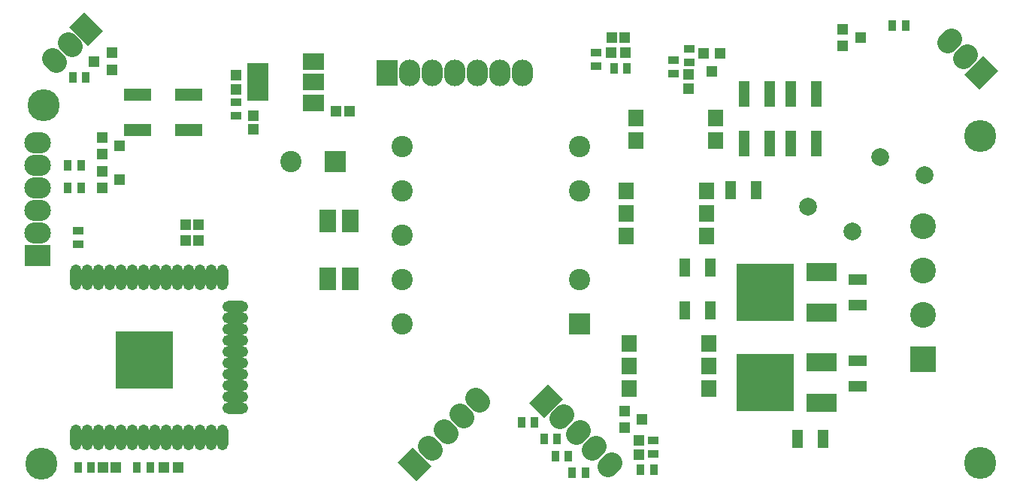
<source format=gts>
G04 #@! TF.FileFunction,Soldermask,Top*
%FSLAX46Y46*%
G04 Gerber Fmt 4.6, Leading zero omitted, Abs format (unit mm)*
G04 Created by KiCad (PCBNEW 4.0.7) date 11/07/17 19:12:29*
%MOMM*%
%LPD*%
G01*
G04 APERTURE LIST*
%ADD10C,0.100000*%
%ADD11C,3.600000*%
%ADD12R,3.150000X1.400000*%
%ADD13R,1.300000X2.900000*%
%ADD14R,1.700000X1.900000*%
%ADD15R,1.200100X1.200100*%
%ADD16R,1.300000X2.100000*%
%ADD17R,2.100000X1.300000*%
%ADD18R,1.950000X2.500000*%
%ADD19C,2.900000*%
%ADD20R,2.900000X2.900000*%
%ADD21R,3.448000X2.051000*%
%ADD22R,6.496000X6.496000*%
%ADD23R,2.400000X2.400000*%
%ADD24C,2.400000*%
%ADD25R,1.200000X1.150000*%
%ADD26R,1.150000X1.200000*%
%ADD27R,1.200000X1.200000*%
%ADD28C,2.400000*%
%ADD29O,2.400000X3.000000*%
%ADD30R,2.400000X3.000000*%
%ADD31O,3.000000X2.400000*%
%ADD32R,3.000000X2.400000*%
%ADD33R,1.300000X1.200000*%
%ADD34R,1.300000X0.900000*%
%ADD35R,0.900000X1.300000*%
%ADD36C,2.000000*%
%ADD37R,2.400000X1.900000*%
%ADD38R,2.400000X4.200000*%
%ADD39O,1.300000X2.900000*%
%ADD40O,2.900000X1.300000*%
%ADD41R,6.400000X6.400000*%
G04 APERTURE END LIST*
D10*
D11*
X213487000Y-78867000D03*
X107696000Y-115824000D03*
X107950000Y-75438000D03*
D12*
X124287000Y-78200000D03*
X118537000Y-78200000D03*
X118537000Y-74200000D03*
X124287000Y-74200000D03*
D13*
X189791000Y-79756000D03*
X186891000Y-79756000D03*
X189791000Y-74168000D03*
X186891000Y-74168000D03*
X194998000Y-79756000D03*
X192098000Y-79756000D03*
X194998000Y-74168000D03*
X192098000Y-74168000D03*
D14*
X174697000Y-79375000D03*
X174697000Y-76835000D03*
X183697000Y-76835000D03*
X183697000Y-79375000D03*
D15*
X184211000Y-69611240D03*
X182311000Y-69611240D03*
X183261000Y-71610220D03*
D14*
X182626000Y-85090000D03*
X182626000Y-87630000D03*
X182626000Y-90170000D03*
X173626000Y-90170000D03*
X173626000Y-87630000D03*
X173626000Y-85090000D03*
D15*
X173395640Y-109844800D03*
X173395640Y-111744800D03*
X175394620Y-110794800D03*
D16*
X185367000Y-85026500D03*
X188267000Y-85026500D03*
X180160000Y-93726000D03*
X183060000Y-93726000D03*
X180160000Y-98552000D03*
X183060000Y-98552000D03*
X192860000Y-113030000D03*
X195760000Y-113030000D03*
D17*
X199644000Y-95070000D03*
X199644000Y-97970000D03*
X199644000Y-104214000D03*
X199644000Y-107114000D03*
D14*
X182935000Y-102235000D03*
X182935000Y-104775000D03*
X182935000Y-107315000D03*
X173935000Y-107315000D03*
X173935000Y-104775000D03*
X173935000Y-102235000D03*
D18*
X142557500Y-94996000D03*
X140017500Y-94996000D03*
X140017500Y-88496000D03*
X142557500Y-88496000D03*
D19*
X207010000Y-89060000D03*
X207010000Y-94060000D03*
D20*
X207010000Y-104060000D03*
D19*
X207010000Y-99060000D03*
D21*
X195580000Y-98806000D03*
D22*
X189230000Y-96520000D03*
D21*
X195580000Y-94234000D03*
X195580000Y-108966000D03*
D22*
X189230000Y-106680000D03*
D21*
X195580000Y-104394000D03*
D23*
X168369000Y-100090000D03*
D24*
X168369000Y-95090000D03*
X168369000Y-85090000D03*
X168369000Y-80090000D03*
X148369000Y-80090000D03*
X148369000Y-85090000D03*
X148369000Y-90090000D03*
X148369000Y-95090000D03*
X148369000Y-100090000D03*
D25*
X173470000Y-67818000D03*
X171970000Y-67818000D03*
X140918500Y-76073000D03*
X142418500Y-76073000D03*
D26*
X131635500Y-76593000D03*
X131635500Y-78093000D03*
D27*
X129641600Y-72021800D03*
X129641600Y-73621800D03*
D28*
X109396030Y-70606234D02*
X108971766Y-70181970D01*
X111192081Y-68810183D02*
X110767817Y-68385919D01*
D10*
G36*
X112563868Y-64892812D02*
X114685188Y-67014132D01*
X112988132Y-68711188D01*
X110866812Y-66589868D01*
X112563868Y-64892812D01*
X112563868Y-64892812D01*
G37*
G36*
X215523188Y-71542868D02*
X213401868Y-73664188D01*
X211704812Y-71967132D01*
X213826132Y-69845812D01*
X215523188Y-71542868D01*
X215523188Y-71542868D01*
G37*
D28*
X211605817Y-70171081D02*
X212030081Y-69746817D01*
X209809766Y-68375030D02*
X210234030Y-67950766D01*
D29*
X161925000Y-71755000D03*
X159385000Y-71755000D03*
X156845000Y-71755000D03*
X154305000Y-71755000D03*
X151765000Y-71755000D03*
X149225000Y-71755000D03*
D30*
X146685000Y-71755000D03*
D31*
X107315000Y-79629000D03*
X107315000Y-82169000D03*
X107315000Y-84709000D03*
X107315000Y-87249000D03*
X107315000Y-89789000D03*
D32*
X107315000Y-92329000D03*
D28*
X156705073Y-108427663D02*
X157129337Y-108851927D01*
X154909022Y-110223714D02*
X155333286Y-110647978D01*
X153112970Y-112019766D02*
X153537234Y-112444030D01*
X151316919Y-113815817D02*
X151741183Y-114240081D01*
D10*
G36*
X149945132Y-117733188D02*
X147823812Y-115611868D01*
X149520868Y-113914812D01*
X151642188Y-116036132D01*
X149945132Y-117733188D01*
X149945132Y-117733188D01*
G37*
G36*
X162682812Y-108924132D02*
X164804132Y-106802812D01*
X166501188Y-108499868D01*
X164379868Y-110621188D01*
X162682812Y-108924132D01*
X162682812Y-108924132D01*
G37*
D28*
X166600183Y-110295919D02*
X166175919Y-110720183D01*
X168396234Y-112091970D02*
X167971970Y-112516234D01*
X170192286Y-113888022D02*
X169768022Y-114312286D01*
X171988337Y-115684073D02*
X171564073Y-116108337D01*
D33*
X115681000Y-71435000D03*
X115681000Y-69535000D03*
X113681000Y-70485000D03*
X200009000Y-67818000D03*
X198009000Y-68768000D03*
X198009000Y-66868000D03*
X116570000Y-80010000D03*
X114570000Y-80960000D03*
X114570000Y-79060000D03*
X114570000Y-82870000D03*
X114570000Y-84770000D03*
X116570000Y-83820000D03*
D34*
X129692400Y-75094400D03*
X129692400Y-76594400D03*
D35*
X163310000Y-111125000D03*
X161810000Y-111125000D03*
X164350000Y-113030000D03*
X165850000Y-113030000D03*
X167120000Y-114935000D03*
X165620000Y-114935000D03*
X169025000Y-116840000D03*
X167525000Y-116840000D03*
X112192500Y-82169000D03*
X110692500Y-82169000D03*
X110692500Y-84709000D03*
X112192500Y-84709000D03*
X111835500Y-116268500D03*
X113335500Y-116268500D03*
D36*
X207184000Y-83280000D03*
X202184000Y-81280000D03*
D25*
X123964000Y-88900000D03*
X125464000Y-88900000D03*
X116129500Y-116205000D03*
X114629500Y-116205000D03*
X123964000Y-90678000D03*
X125464000Y-90678000D03*
D27*
X123101000Y-116205000D03*
X121501000Y-116205000D03*
X171920000Y-69469000D03*
X173520000Y-69469000D03*
X180594000Y-73571000D03*
X180594000Y-71971000D03*
X175006000Y-114820600D03*
X175006000Y-113220600D03*
D35*
X112764000Y-72263000D03*
X111264000Y-72263000D03*
X205093000Y-66421000D03*
X203593000Y-66421000D03*
D34*
X111887000Y-89547000D03*
X111887000Y-91047000D03*
D35*
X120003000Y-116205000D03*
X118503000Y-116205000D03*
D34*
X170243500Y-70981000D03*
X170243500Y-69481000D03*
D35*
X172224000Y-71247000D03*
X173724000Y-71247000D03*
D34*
X180721000Y-69100000D03*
X180721000Y-70600000D03*
X178943000Y-71870000D03*
X178943000Y-70370000D03*
D35*
X175195800Y-116484400D03*
X176695800Y-116484400D03*
D34*
X176657000Y-113219800D03*
X176657000Y-114719800D03*
D37*
X138405000Y-75134500D03*
X138405000Y-70534500D03*
X138405000Y-72834500D03*
D38*
X132105000Y-72834500D03*
D39*
X111590000Y-94840000D03*
X112860000Y-94840000D03*
X114130000Y-94840000D03*
X115400000Y-94840000D03*
X116670000Y-94840000D03*
X117940000Y-94840000D03*
X119210000Y-94840000D03*
X120480000Y-94840000D03*
X121750000Y-94840000D03*
X123020000Y-94840000D03*
X124290000Y-94840000D03*
X125560000Y-94840000D03*
X126830000Y-94840000D03*
X128100000Y-94840000D03*
D40*
X129590000Y-98125000D03*
X129590000Y-99395000D03*
X129590000Y-100665000D03*
X129590000Y-101935000D03*
X129590000Y-103205000D03*
X129590000Y-104475000D03*
X129590000Y-105745000D03*
X129590000Y-107015000D03*
X129590000Y-108285000D03*
X129590000Y-109555000D03*
D39*
X128100000Y-112840000D03*
X126830000Y-112840000D03*
X125560000Y-112840000D03*
X124290000Y-112840000D03*
X123020000Y-112840000D03*
X121750000Y-112840000D03*
X120480000Y-112840000D03*
X119210000Y-112840000D03*
X117940000Y-112840000D03*
X116670000Y-112840000D03*
X115400000Y-112840000D03*
X114130000Y-112840000D03*
X112860000Y-112840000D03*
X111590000Y-112840000D03*
D41*
X119290000Y-104140000D03*
D23*
X140826500Y-81788000D03*
D24*
X135826500Y-81788000D03*
D36*
X194056000Y-86868000D03*
X199056000Y-89668000D03*
D11*
X213487000Y-115697000D03*
M02*

</source>
